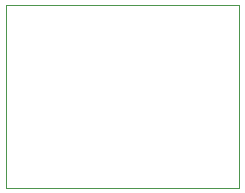
<source format=gbr>
%TF.GenerationSoftware,KiCad,Pcbnew,9.0.7*%
%TF.CreationDate,2026-03-30T17:24:21-04:00*%
%TF.ProjectId,peizo-buzzer,7065697a-6f2d-4627-957a-7a65722e6b69,rev?*%
%TF.SameCoordinates,Original*%
%TF.FileFunction,Profile,NP*%
%FSLAX46Y46*%
G04 Gerber Fmt 4.6, Leading zero omitted, Abs format (unit mm)*
G04 Created by KiCad (PCBNEW 9.0.7) date 2026-03-30 17:24:21*
%MOMM*%
%LPD*%
G01*
G04 APERTURE LIST*
%TA.AperFunction,Profile*%
%ADD10C,0.050000*%
%TD*%
G04 APERTURE END LIST*
D10*
X134500000Y-86500000D02*
X154250000Y-86500000D01*
X154250000Y-102000000D01*
X134500000Y-102000000D01*
X134500000Y-86500000D01*
M02*

</source>
